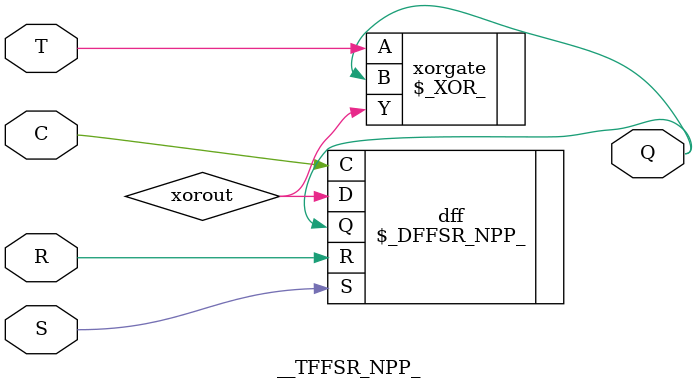
<source format=v>
module __TFFSR_NPP_ (C, S, R, T, Q);
	input C, S, R, T;
	output wire Q;
	wire xorout;
	$_XOR_ xorgate (
		.A(T),
		.B(Q),
		.Y(xorout),
	);
	$_DFFSR_NPP_ dff (
		.C(C),
		.D(xorout),
		.Q(Q),
		.S(S),
		.R(R),
	);
endmodule
</source>
